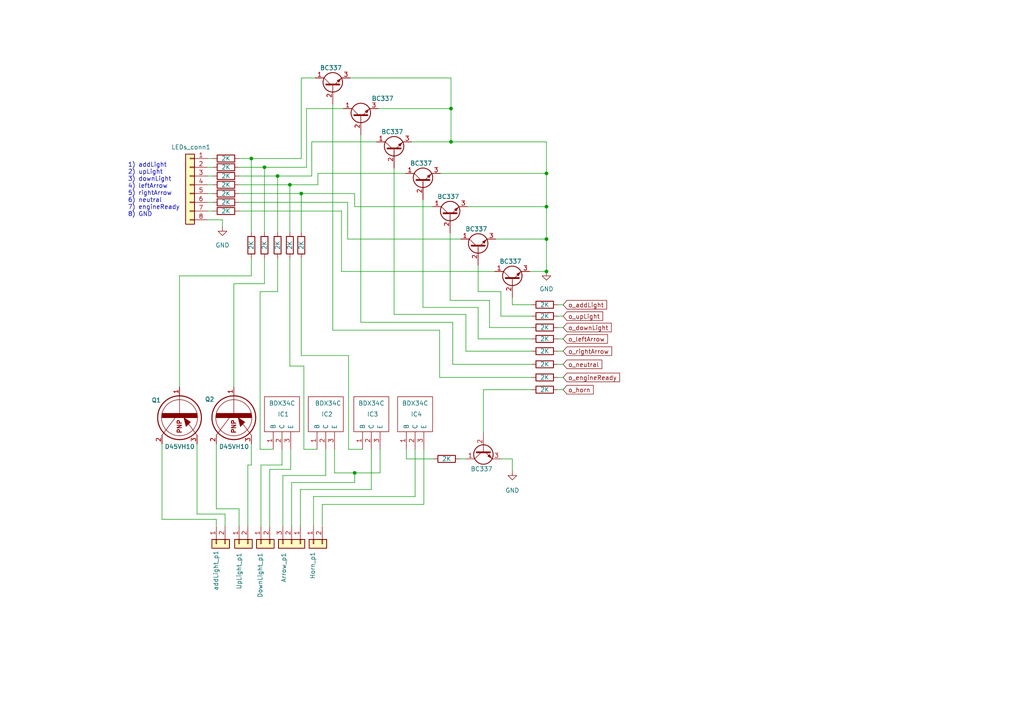
<source format=kicad_sch>
(kicad_sch (version 20211123) (generator eeschema)
  (paper "A4")
  (lib_symbols
    (symbol "BDX34C:BDX34C" (pin_names (offset 0.762))
      (property "Reference" "IC" (at 16.51 7.62 0))
      (property "Value" "BDX34C" (at 16.51 5.08 0))
      (symbol "BDX34C_0_0"
        (pin passive line (at 0 0 0) (length 5.08) (name "B") (number "1"))
        (pin passive line (at 0 -2.54 0) (length 5.08) (name "C") (number "2"))
        (pin passive line (at 0 -5.08 0) (length 5.08) (name "E") (number "3"))
      )
      (symbol "BDX34C_0_1"
        (polyline (pts (xy 5.08 2.54) (xy 15.24 2.54) (xy 15.24 -7.62) (xy 5.08 -7.62) (xy 5.08 2.54)) (stroke (width 0.1524)))
      )
    )
    (symbol "Connector_Generic:Conn_01x02" (pin_names (offset 1.016) hide)
      (property "Reference" "J" (at 0 2.54 0))
      (property "Value" "Conn_01x02" (at 0 -5.08 0))
      (symbol "Conn_01x02_1_1"
        (rectangle (start -1.27 -2.413) (end 0 -2.667) (stroke (width 0.1524)))
        (rectangle (start -1.27 0.127) (end 0 -0.127) (stroke (width 0.1524)))
        (rectangle (start -1.27 1.27) (end 1.27 -3.81) (stroke (width 0.254)) (fill (type background)))
        (pin passive line (at -5.08 0 0) (length 3.81) (name "Pin_1") (number "1"))
        (pin passive line (at -5.08 -2.54 0) (length 3.81) (name "Pin_2") (number "2"))
      )
    )
    (symbol "Connector_Generic:Conn_01x03" (pin_names (offset 1.016) hide)
      (property "Reference" "J" (at 0 5.08 0))
      (property "Value" "Conn_01x03" (at 0 -5.08 0))
      (symbol "Conn_01x03_1_1"
        (rectangle (start -1.27 -2.413) (end 0 -2.667) (stroke (width 0.1524)))
        (rectangle (start -1.27 0.127) (end 0 -0.127) (stroke (width 0.1524)))
        (rectangle (start -1.27 2.667) (end 0 2.413) (stroke (width 0.1524)))
        (rectangle (start -1.27 3.81) (end 1.27 -3.81) (stroke (width 0.254)) (fill (type background)))
        (pin passive line (at -5.08 2.54 0) (length 3.81) (name "Pin_1") (number "1"))
        (pin passive line (at -5.08 0 0) (length 3.81) (name "Pin_2") (number "2"))
        (pin passive line (at -5.08 -2.54 0) (length 3.81) (name "Pin_3") (number "3"))
      )
    )
    (symbol "Connector_Generic:Conn_01x08" (pin_names (offset 1.016) hide)
      (property "Reference" "J" (at 0 10.16 0))
      (property "Value" "Conn_01x08" (at 0 -12.7 0))
      (symbol "Conn_01x08_1_1"
        (rectangle (start -1.27 -10.033) (end 0 -10.287) (stroke (width 0.1524)))
        (rectangle (start -1.27 -7.493) (end 0 -7.747) (stroke (width 0.1524)))
        (rectangle (start -1.27 -4.953) (end 0 -5.207) (stroke (width 0.1524)))
        (rectangle (start -1.27 -2.413) (end 0 -2.667) (stroke (width 0.1524)))
        (rectangle (start -1.27 0.127) (end 0 -0.127) (stroke (width 0.1524)))
        (rectangle (start -1.27 2.667) (end 0 2.413) (stroke (width 0.1524)))
        (rectangle (start -1.27 5.207) (end 0 4.953) (stroke (width 0.1524)))
        (rectangle (start -1.27 7.747) (end 0 7.493) (stroke (width 0.1524)))
        (rectangle (start -1.27 8.89) (end 1.27 -11.43) (stroke (width 0.254)) (fill (type background)))
        (pin passive line (at -5.08 7.62 0) (length 3.81) (name "Pin_1") (number "1"))
        (pin passive line (at -5.08 5.08 0) (length 3.81) (name "Pin_2") (number "2"))
        (pin passive line (at -5.08 2.54 0) (length 3.81) (name "Pin_3") (number "3"))
        (pin passive line (at -5.08 0 0) (length 3.81) (name "Pin_4") (number "4"))
        (pin passive line (at -5.08 -2.54 0) (length 3.81) (name "Pin_5") (number "5"))
        (pin passive line (at -5.08 -5.08 0) (length 3.81) (name "Pin_6") (number "6"))
        (pin passive line (at -5.08 -7.62 0) (length 3.81) (name "Pin_7") (number "7"))
        (pin passive line (at -5.08 -10.16 0) (length 3.81) (name "Pin_8") (number "8"))
      )
    )
    (symbol "D45VH10:D45VH10"
      (property "Reference" "Q" (at -6.985 0 0))
      (property "Value" "D45VH10" (at 0 0 0))
      (symbol "D45VH10_0_0"
        (rectangle (start -1.27 -2.54) (end 0 -12.7) (fill (type outline)))
        (text "PNP" (at 2.54 -7.62 0) (effects (font (size 1.27 1.27) bold)))
      )
      (symbol "D45VH10_0_1"
        (circle (center 0 -7.62) (radius 5.2363))
        (circle (center 0 -7.62) (radius 6.35) (stroke (width 0.3)))
        (polyline (pts (xy -6.35 -7.62) (xy -0.635 -7.62)))
        (polyline (pts (xy 0 -8.89) (xy 5.08 -12.7) (xy 5.08 -12.7)))
        (polyline (pts (xy 0 -6.35) (xy 5.08 -2.54) (xy 5.08 -2.54)))
        (polyline (pts (xy 0 -6.35) (xy 1.27 -4.445) (xy 2.54 -5.715) (xy 0 -6.35) (xy 2.54 -5.715)) (fill (type outline)))
      )
      (symbol "D45VH10_1_1"
        (pin input line (at -8.89 -7.62 0) (length 2.54) (name "") (number "1"))
        (pin power_out line (at 7.62 -12.7 180) (length 2.54) (name "") (number "2"))
        (pin input line (at 7.62 -2.54 180) (length 2.54) (name "") (number "3"))
      )
    )
    (symbol "Device:R" (pin_numbers hide) (pin_names (offset 0))
      (property "Reference" "R" (at 2.032 0 90))
      (property "Value" "R" (at 0 0 90))
      (symbol "R_0_1"
        (rectangle (start -1.016 -2.54) (end 1.016 2.54) (stroke (width 0.254)))
      )
      (symbol "R_1_1"
        (pin passive line (at 0 3.81 270) (length 1.27) (name "~") (number "1"))
        (pin passive line (at 0 -3.81 90) (length 1.27) (name "~") (number "2"))
      )
    )
    (symbol "Transistor_BJT:BC337" (pin_names (offset 0) hide)
      (property "Reference" "Q" (at 5.08 1.905 0))
      (property "Value" "BC337" (at 5.08 0 0))
      (symbol "BC337_0_1"
        (polyline (pts (xy 0 0) (xy 0.635 0)))
        (polyline (pts (xy 0.635 0.635) (xy 2.54 2.54)))
        (polyline (pts (xy 0.635 -0.635) (xy 2.54 -2.54) (xy 2.54 -2.54)))
        (polyline (pts (xy 0.635 1.905) (xy 0.635 -1.905) (xy 0.635 -1.905)) (stroke (width 0.508)))
        (polyline (pts (xy 1.27 -1.778) (xy 1.778 -1.27) (xy 2.286 -2.286) (xy 1.27 -1.778) (xy 1.27 -1.778)) (fill (type outline)))
        (circle (center 1.27 0) (radius 2.8194) (stroke (width 0.254)))
      )
      (symbol "BC337_1_1"
        (pin passive line (at 2.54 5.08 270) (length 2.54) (name "C") (number "1"))
        (pin input line (at -5.08 0 0) (length 5.08) (name "B") (number "2"))
        (pin passive line (at 2.54 -5.08 90) (length 2.54) (name "E") (number "3"))
      )
    )
    (symbol "power:GND" (power) (pin_names (offset 0))
      (property "Value" "GND" (at 0 -3.81 0))
      (symbol "GND_0_1"
        (polyline (pts (xy 0 0) (xy 0 -1.27) (xy 1.27 -1.27) (xy 0 -2.54) (xy -1.27 -1.27) (xy 0 -1.27)))
      )
      (symbol "GND_1_1"
        (pin power_in line (at 0 0 270) (length 0) hide (name "GND") (number "1"))
      )
    )
  )
  (junction (at 84.074 53.594))
  (junction (at 158.496 50.292))
  (junction (at 158.496 78.74))
  (junction (at 158.496 69.342))
  (junction (at 130.81 41.148))
  (junction (at 158.496 59.944))
  (junction (at 80.518 51.054))
  (junction (at 76.708 48.514))
  (junction (at 87.376 56.134))
  (junction (at 72.898 45.974))
  (junction (at 130.81 31.496))
  (junction (at 102.87 137.16))
  (wire (pts (xy 76.708 48.514) (xy 88.9 48.514)))
  (wire (pts (xy 69.342 45.974) (xy 72.898 45.974)))
  (wire (pts (xy 71.882 134.874) (xy 72.898 134.874)))
  (wire (pts (xy 117.856 133.096) (xy 125.73 133.096)))
  (wire (pts (xy 75.438 84.582) (xy 80.518 84.582)))
  (wire (pts (xy 92.202 50.292) (xy 92.202 53.594)))
  (wire (pts (xy 143.764 69.342) (xy 158.496 69.342)))
  (wire (pts (xy 161.798 98.298) (xy 163.322 98.298)))
  (wire (pts (xy 135.128 91.186) (xy 114.3 91.186)))
  (wire (pts (xy 145.288 91.694) (xy 145.288 84.582)))
  (wire (pts (xy 138.684 89.154) (xy 122.682 89.154)))
  (wire (pts (xy 72.898 74.93) (xy 72.898 80.01)))
  (wire (pts (xy 76.708 74.93) (xy 76.708 82.296)))
  (wire (pts (xy 78.232 136.144) (xy 78.232 152.654)))
  (wire (pts (xy 131.318 93.472) (xy 131.318 105.664)))
  (wire (pts (xy 60.198 58.674) (xy 61.722 58.674)))
  (wire (pts (xy 87.376 56.134) (xy 102.87 56.134)))
  (wire (pts (xy 84.074 53.594) (xy 92.202 53.594)))
  (wire (pts (xy 101.6 22.606) (xy 130.81 22.606)))
  (wire (pts (xy 81.788 130.302) (xy 81.788 134.874)))
  (wire (pts (xy 158.496 41.148) (xy 158.496 50.292)))
  (wire (pts (xy 130.81 31.496) (xy 130.81 41.148)))
  (wire (pts (xy 141.986 87.122) (xy 141.986 94.996)))
  (wire (pts (xy 102.87 59.944) (xy 102.87 56.134)))
  (wire (pts (xy 91.948 130.302) (xy 88.138 130.302)))
  (wire (pts (xy 52.07 80.01) (xy 52.07 112.268)))
  (wire (pts (xy 101.092 103.124) (xy 87.376 103.124)))
  (wire (pts (xy 119.38 41.148) (xy 130.81 41.148)))
  (wire (pts (xy 105.156 130.302) (xy 101.092 130.302)))
  (wire (pts (xy 80.518 74.93) (xy 80.518 84.582)))
  (wire (pts (xy 62.738 150.622) (xy 46.99 150.622)))
  (wire (pts (xy 127.508 95.758) (xy 96.52 95.758)))
  (wire (pts (xy 120.396 130.302) (xy 120.396 144.018)))
  (wire (pts (xy 80.518 51.054) (xy 90.424 51.054)))
  (wire (pts (xy 158.496 59.944) (xy 158.496 69.342)))
  (wire (pts (xy 161.798 109.474) (xy 163.322 109.474)))
  (wire (pts (xy 46.99 128.778) (xy 46.99 150.622)))
  (wire (pts (xy 143.51 78.74) (xy 99.06 78.74)))
  (wire (pts (xy 90.932 152.654) (xy 90.932 144.018)))
  (wire (pts (xy 60.198 63.754) (xy 64.516 63.754)))
  (wire (pts (xy 87.376 74.93) (xy 87.376 103.124)))
  (wire (pts (xy 161.798 88.392) (xy 163.322 88.392)))
  (wire (pts (xy 60.198 61.214) (xy 61.722 61.214)))
  (wire (pts (xy 72.898 45.974) (xy 72.898 67.31)))
  (wire (pts (xy 148.59 86.36) (xy 148.59 88.392)))
  (wire (pts (xy 69.342 51.054) (xy 80.518 51.054)))
  (wire (pts (xy 99.568 31.496) (xy 88.9 31.496)))
  (wire (pts (xy 69.342 48.514) (xy 76.708 48.514)))
  (wire (pts (xy 69.342 56.134) (xy 87.376 56.134)))
  (wire (pts (xy 65.278 152.654) (xy 65.278 149.098)))
  (wire (pts (xy 138.684 84.582) (xy 138.684 76.962)))
  (wire (pts (xy 127.508 95.758) (xy 127.508 109.474)))
  (wire (pts (xy 122.936 130.302) (xy 122.936 146.304)))
  (wire (pts (xy 127.508 109.474) (xy 154.178 109.474)))
  (wire (pts (xy 145.288 84.582) (xy 138.684 84.582)))
  (wire (pts (xy 81.788 134.874) (xy 75.692 134.874)))
  (wire (pts (xy 130.556 87.122) (xy 130.556 67.564)))
  (wire (pts (xy 69.342 53.594) (xy 84.074 53.594)))
  (wire (pts (xy 84.328 136.144) (xy 84.328 130.302)))
  (wire (pts (xy 110.236 130.302) (xy 110.236 137.16)))
  (wire (pts (xy 135.128 91.186) (xy 135.128 101.854)))
  (wire (pts (xy 148.59 88.392) (xy 154.178 88.392)))
  (wire (pts (xy 60.198 48.514) (xy 61.722 48.514)))
  (wire (pts (xy 100.838 69.342) (xy 100.838 58.674)))
  (wire (pts (xy 84.582 139.954) (xy 102.87 139.954)))
  (wire (pts (xy 161.798 91.694) (xy 163.322 91.694)))
  (wire (pts (xy 87.376 22.606) (xy 87.376 45.974)))
  (wire (pts (xy 109.728 31.496) (xy 130.81 31.496)))
  (wire (pts (xy 60.198 53.594) (xy 61.722 53.594)))
  (wire (pts (xy 127.762 50.292) (xy 158.496 50.292)))
  (wire (pts (xy 97.028 137.16) (xy 97.028 130.302)))
  (wire (pts (xy 154.178 94.996) (xy 141.986 94.996)))
  (wire (pts (xy 52.07 80.01) (xy 72.898 80.01)))
  (wire (pts (xy 161.798 113.03) (xy 163.322 113.03)))
  (wire (pts (xy 104.648 93.472) (xy 104.648 39.116)))
  (wire (pts (xy 79.248 130.302) (xy 75.438 130.302)))
  (wire (pts (xy 114.3 91.186) (xy 114.3 48.768)))
  (wire (pts (xy 93.472 152.4) (xy 93.472 146.304)))
  (wire (pts (xy 87.122 141.986) (xy 87.122 152.654)))
  (wire (pts (xy 90.424 41.148) (xy 90.424 51.054)))
  (wire (pts (xy 153.67 78.74) (xy 158.496 78.74)))
  (wire (pts (xy 161.798 105.664) (xy 163.322 105.664)))
  (wire (pts (xy 65.278 149.098) (xy 57.15 149.098)))
  (wire (pts (xy 135.636 59.944) (xy 158.496 59.944)))
  (wire (pts (xy 82.042 152.654) (xy 82.042 137.922)))
  (wire (pts (xy 131.318 105.664) (xy 154.178 105.664)))
  (wire (pts (xy 84.582 152.654) (xy 84.582 139.954)))
  (wire (pts (xy 91.44 22.606) (xy 87.376 22.606)))
  (wire (pts (xy 107.696 141.986) (xy 87.122 141.986)))
  (wire (pts (xy 125.476 59.944) (xy 102.87 59.944)))
  (wire (pts (xy 90.932 144.018) (xy 120.396 144.018)))
  (wire (pts (xy 82.042 137.922) (xy 94.488 137.922)))
  (wire (pts (xy 94.488 137.922) (xy 94.488 130.302)))
  (wire (pts (xy 135.128 101.854) (xy 154.178 101.854)))
  (wire (pts (xy 140.208 113.03) (xy 154.178 113.03)))
  (wire (pts (xy 72.898 45.974) (xy 87.376 45.974)))
  (wire (pts (xy 87.376 56.134) (xy 87.376 67.31)))
  (wire (pts (xy 88.138 106.172) (xy 84.074 106.172)))
  (wire (pts (xy 84.074 53.594) (xy 84.074 67.31)))
  (wire (pts (xy 88.138 106.172) (xy 88.138 130.302)))
  (wire (pts (xy 161.798 101.854) (xy 163.322 101.854)))
  (wire (pts (xy 145.288 91.694) (xy 154.178 91.694)))
  (wire (pts (xy 158.496 50.292) (xy 158.496 59.944)))
  (wire (pts (xy 109.22 41.148) (xy 90.424 41.148)))
  (wire (pts (xy 140.208 125.476) (xy 140.208 113.03)))
  (wire (pts (xy 158.496 69.342) (xy 158.496 78.74)))
  (wire (pts (xy 97.028 137.16) (xy 102.87 137.16)))
  (wire (pts (xy 102.87 137.16) (xy 110.236 137.16)))
  (wire (pts (xy 99.06 78.74) (xy 99.06 61.214)))
  (wire (pts (xy 133.604 69.342) (xy 100.838 69.342)))
  (wire (pts (xy 72.898 128.778) (xy 72.898 134.874)))
  (wire (pts (xy 57.15 128.778) (xy 57.15 149.098)))
  (wire (pts (xy 130.81 41.148) (xy 158.496 41.148)))
  (wire (pts (xy 69.342 147.574) (xy 62.738 147.574)))
  (wire (pts (xy 148.59 133.096) (xy 148.59 136.652)))
  (wire (pts (xy 69.342 147.574) (xy 69.342 152.654)))
  (wire (pts (xy 80.518 51.054) (xy 80.518 67.31)))
  (wire (pts (xy 75.438 84.582) (xy 75.438 130.302)))
  (wire (pts (xy 107.696 130.302) (xy 107.696 141.986)))
  (wire (pts (xy 76.708 48.514) (xy 76.708 67.31)))
  (wire (pts (xy 67.818 82.296) (xy 76.708 82.296)))
  (wire (pts (xy 64.516 63.754) (xy 64.516 65.786)))
  (wire (pts (xy 117.856 130.302) (xy 117.856 133.096)))
  (wire (pts (xy 93.472 146.304) (xy 122.936 146.304)))
  (wire (pts (xy 122.682 89.154) (xy 122.682 57.912)))
  (wire (pts (xy 96.52 95.758) (xy 96.52 30.226)))
  (wire (pts (xy 71.882 152.654) (xy 71.882 134.874)))
  (wire (pts (xy 141.986 87.122) (xy 130.556 87.122)))
  (wire (pts (xy 60.198 51.054) (xy 61.722 51.054)))
  (wire (pts (xy 62.738 147.574) (xy 62.738 128.778)))
  (wire (pts (xy 75.692 134.874) (xy 75.692 152.654)))
  (wire (pts (xy 60.198 45.974) (xy 61.722 45.974)))
  (wire (pts (xy 67.818 82.296) (xy 67.818 112.268)))
  (wire (pts (xy 138.684 89.154) (xy 138.684 98.298)))
  (wire (pts (xy 62.738 152.4) (xy 62.738 150.622)))
  (wire (pts (xy 102.87 139.954) (xy 102.87 137.16)))
  (wire (pts (xy 133.35 133.096) (xy 135.128 133.096)))
  (wire (pts (xy 154.178 98.298) (xy 138.684 98.298)))
  (wire (pts (xy 84.074 74.93) (xy 84.074 106.172)))
  (wire (pts (xy 131.318 93.472) (xy 104.648 93.472)))
  (wire (pts (xy 161.798 94.996) (xy 163.322 94.996)))
  (wire (pts (xy 60.198 56.134) (xy 61.722 56.134)))
  (wire (pts (xy 88.9 31.496) (xy 88.9 48.514)))
  (wire (pts (xy 145.288 133.096) (xy 148.59 133.096)))
  (wire (pts (xy 84.328 136.144) (xy 78.232 136.144)))
  (wire (pts (xy 69.342 58.674) (xy 100.838 58.674)))
  (wire (pts (xy 130.81 22.606) (xy 130.81 31.496)))
  (wire (pts (xy 117.602 50.292) (xy 92.202 50.292)))
  (wire (pts (xy 69.342 61.214) (xy 99.06 61.214)))
  (wire (pts (xy 101.092 130.302) (xy 101.092 103.124)))
  (text "1) addLight\n2) upLight\n3) downLight\n4) leftArrow\n5) rightArrow\n6) neutral\n7) engineReady\n8) GND" (at 37.084 62.992 0) (effects (font (size 1.27 1.27)) (justify left bottom)))
  (global_label "o_engineReady" (shape input) (at 163.322 109.474 0) (property "Riferimenti inter-foglio" "${INTERSHEET_REFS}" (effects hide)))
  (global_label "o_addLight" (shape input) (at 163.322 88.392 0) (property "Riferimenti inter-foglio" "${INTERSHEET_REFS}" (effects hide)))
  (global_label "o_upLight" (shape input) (at 163.322 91.694 0) (property "Riferimenti inter-foglio" "${INTERSHEET_REFS}" (effects hide)))
  (global_label "o_horn" (shape input) (at 163.322 113.03 0) (property "Riferimenti inter-foglio" "${INTERSHEET_REFS}" (effects hide)))
  (global_label "o_downLight" (shape input) (at 163.322 94.996 0) (property "Riferimenti inter-foglio" "${INTERSHEET_REFS}" (effects hide)))
  (global_label "o_leftArrow" (shape input) (at 163.322 98.298 0) (property "Riferimenti inter-foglio" "${INTERSHEET_REFS}" (effects hide)))
  (global_label "o_rightArrow" (shape input) (at 163.322 101.854 0) (property "Riferimenti inter-foglio" "${INTERSHEET_REFS}" (effects hide)))
  (global_label "o_neutral" (shape input) (at 163.322 105.664 0) (property "Riferimenti inter-foglio" "${INTERSHEET_REFS}" (effects hide)))
  (symbol (lib_id "Device:R") (at 129.54 133.096 90) (unit 1)
    (property "Reference" "RA15" (effects hide))
    (property "Value" "2K" (at 129.54 133.096 90))
    (property "Footprint" "Resistor_THT:R_Axial_DIN0207_L6.3mm_D2.5mm_P7.62mm_Horizontal" (effects hide))
  )
  (symbol (lib_id "Device:R") (at 65.532 45.974 270) (unit 1)
    (property "Reference" "RA1" (effects hide))
    (property "Value" "2K" (at 65.532 45.974 90))
    (property "Footprint" "Resistor_THT:R_Axial_DIN0207_L6.3mm_D2.5mm_P7.62mm_Horizontal" (effects hide))
  )
  (symbol (lib_id "D45VH10:D45VH10") (at 59.69 121.158 270) (unit 1)
    (property "Reference" "Q1" (at 43.942 116.078 90) (effects (justify left)))
    (property "Value" "D45VH10" (at 47.752 129.54 90) (effects (justify left)))
    (property "Footprint" "Package_TO_SOT_THT:TO-220-3_Vertical" (effects hide))
    (property "Datasheet" "https://html.alldatasheet.com/html-pdf/426337/ONSEMI/D45VH10/216/1/D45VH10.html" (effects hide))
  )
  (symbol (lib_id "Device:R") (at 157.988 113.03 90) (unit 1)
    (property "Reference" "RA23" (effects hide))
    (property "Value" "2K" (at 157.988 113.03 90))
    (property "Footprint" "Resistor_THT:R_Axial_DIN0207_L6.3mm_D2.5mm_P7.62mm_Horizontal" (effects hide))
  )
  (symbol (lib_id "power:GND") (at 158.496 78.74 0) (unit 1)
    (property "Reference" "#PWR0104" (effects hide))
    (property "Value" "GND" (at 158.496 83.82 0))
  )
  (symbol (lib_id "Transistor_BJT:BC337") (at 138.684 71.882 90) (unit 1)
    (property "Reference" "Q8" (effects hide))
    (property "Value" "BC337" (at 141.351 66.421 90) (effects (justify left)))
    (property "Footprint" "Package_TO_SOT_THT:TO-92_Inline" (effects hide))
    (property "Datasheet" "https://diotec.com/tl_files/diotec/files/pdf/datasheets/bc337.pdf" (effects hide))
  )
  (symbol (lib_id "Device:R") (at 84.074 71.12 0) (unit 1)
    (property "Reference" "RA13" (effects hide))
    (property "Value" "2K" (at 84.074 71.12 90))
    (property "Footprint" "Resistor_THT:R_Axial_DIN0207_L6.3mm_D2.5mm_P7.62mm_Horizontal" (effects hide))
  )
  (symbol (lib_id "Device:R") (at 157.988 109.474 90) (unit 1)
    (property "Reference" "RA22" (effects hide))
    (property "Value" "2K" (at 157.988 109.474 90))
    (property "Footprint" "Resistor_THT:R_Axial_DIN0207_L6.3mm_D2.5mm_P7.62mm_Horizontal" (effects hide))
  )
  (symbol (lib_id "Device:R") (at 157.988 98.298 90) (unit 1)
    (property "Reference" "RA19" (effects hide))
    (property "Value" "2K" (at 157.988 98.298 90))
    (property "Footprint" "Resistor_THT:R_Axial_DIN0207_L6.3mm_D2.5mm_P7.62mm_Horizontal" (effects hide))
  )
  (symbol (lib_id "Device:R") (at 157.988 105.664 90) (unit 1)
    (property "Reference" "RA21" (effects hide))
    (property "Value" "2K" (at 157.988 105.664 90))
    (property "Footprint" "Resistor_THT:R_Axial_DIN0207_L6.3mm_D2.5mm_P7.62mm_Horizontal" (effects hide))
  )
  (symbol (lib_id "Device:R") (at 65.532 48.514 270) (unit 1)
    (property "Reference" "RA2" (effects hide))
    (property "Value" "2K" (at 65.532 48.514 90))
    (property "Footprint" "Resistor_THT:R_Axial_DIN0207_L6.3mm_D2.5mm_P7.62mm_Horizontal" (effects hide))
  )
  (symbol (lib_id "Transistor_BJT:BC337") (at 104.648 34.036 90) (unit 1)
    (property "Reference" "Q4" (effects hide))
    (property "Value" "BC337" (at 114.173 28.575 90) (effects (justify left)))
    (property "Footprint" "Package_TO_SOT_THT:TO-92_Inline" (effects hide))
    (property "Datasheet" "https://diotec.com/tl_files/diotec/files/pdf/datasheets/bc337.pdf" (effects hide))
  )
  (symbol (lib_id "power:GND") (at 64.516 65.786 0) (unit 1)
    (property "Reference" "#PWR0106" (effects hide))
    (property "Value" "GND" (at 64.516 71.12 0))
  )
  (symbol (lib_id "Connector_Generic:Conn_01x02") (at 75.692 157.734 90) (mirror x) (unit 1)
    (property "Reference" "DownLight_p1" (at 75.438 160.274 0) (effects (justify left)))
    (property "Value" "Conn_01x02" (effects hide))
    (property "Footprint" "Connector_Wire:SolderWire-1.5sqmm_1x02_P6mm_D1.7mm_OD3mm" (effects hide))
  )
  (symbol (lib_id "Connector_Generic:Conn_01x02") (at 90.932 157.734 90) (mirror x) (unit 1)
    (property "Reference" "Horn_p1" (at 90.678 160.02 0) (effects (justify left)))
    (property "Value" "Conn_01x02" (effects hide))
    (property "Footprint" "Connector_Wire:SolderWire-1.5sqmm_1x02_P6mm_D1.7mm_OD3mm" (effects hide))
  )
  (symbol (lib_id "Connector_Generic:Conn_01x08") (at 55.118 53.594 0) (mirror y) (unit 1)
    (property "Reference" "LEDs_conn1" (at 55.372 42.672 0))
    (property "Value" "Conn_01x08" (effects hide))
  )
  (symbol (lib_id "D45VH10:D45VH10") (at 75.438 121.158 270) (unit 1)
    (property "Reference" "Q2" (at 59.436 115.824 90) (effects (justify left)))
    (property "Value" "D45VH10" (at 63.5 129.54 90) (effects (justify left)))
    (property "Footprint" "Package_TO_SOT_THT:TO-220-3_Vertical" (effects hide))
    (property "Datasheet" "https://html.alldatasheet.com/html-pdf/426337/ONSEMI/D45VH10/216/1/D45VH10.html" (effects hide))
  )
  (symbol (lib_id "Connector_Generic:Conn_01x02") (at 69.342 157.734 90) (mirror x) (unit 1)
    (property "Reference" "UpLight_p1" (at 69.342 160.274 0) (effects (justify left)))
    (property "Value" "Conn_01x02" (effects hide))
    (property "Footprint" "Connector_Wire:SolderWire-1.5sqmm_1x02_P6mm_D1.7mm_OD3mm" (effects hide))
  )
  (symbol (lib_id "Device:R") (at 87.376 71.12 0) (unit 1)
    (property "Reference" "RA14" (effects hide))
    (property "Value" "2K" (at 87.376 71.12 90))
    (property "Footprint" "Resistor_THT:R_Axial_DIN0207_L6.3mm_D2.5mm_P7.62mm_Horizontal" (effects hide))
  )
  (symbol (lib_id "BDX34C:BDX34C") (at 91.948 130.302 90) (unit 1)
    (property "Reference" "IC2" (at 93.218 120.142 90) (effects (justify right)))
    (property "Value" "BDX34C" (at 91.313 116.967 90) (effects (justify right)))
    (property "Footprint" "BDX34C:TO270P460X1020X2008-3P" (effects hide))
    (property "Datasheet" "http://www.st.com/web/en/resource/technical/document/datasheet/CD00000901.pdf" (effects hide))
    (property "Description" "BDX34C, Darlington Transistor, PNP 10 A 100 V HFE:750, 3-Pin, TO-220" (effects hide))
    (property "Height" "4.6" (effects hide))
    (property "Manufacturer_Name" "STMicroelectronics" (effects hide))
    (property "Manufacturer_Part_Number" "BDX34C" (effects hide))
    (property "Mouser Part Number" "511-BDX34C" (effects hide))
    (property "Mouser Price/Stock" "https://www.mouser.co.uk/ProductDetail/STMicroelectronics/BDX34C?qs=vrHyyfhkd3JVtBIF%2FbOetQ%3D%3D" (effects hide))
    (property "Arrow Part Number" "BDX34C" (effects hide))
    (property "Arrow Price/Stock" "https://www.arrow.com/en/products/bdx34c/stmicroelectronics" (effects hide))
  )
  (symbol (lib_id "BDX34C:BDX34C") (at 79.248 130.302 90) (unit 1)
    (property "Reference" "IC1" (at 80.518 120.142 90) (effects (justify right)))
    (property "Value" "BDX34C" (at 77.978 116.967 90) (effects (justify right)))
    (property "Footprint" "BDX34C:TO270P460X1020X2008-3P" (effects hide))
    (property "Datasheet" "http://www.st.com/web/en/resource/technical/document/datasheet/CD00000901.pdf" (effects hide))
    (property "Description" "BDX34C, Darlington Transistor, PNP 10 A 100 V HFE:750, 3-Pin, TO-220" (effects hide))
    (property "Height" "4.6" (effects hide))
    (property "Manufacturer_Name" "STMicroelectronics" (effects hide))
    (property "Manufacturer_Part_Number" "BDX34C" (effects hide))
    (property "Mouser Part Number" "511-BDX34C" (effects hide))
    (property "Mouser Price/Stock" "https://www.mouser.co.uk/ProductDetail/STMicroelectronics/BDX34C?qs=vrHyyfhkd3JVtBIF%2FbOetQ%3D%3D" (effects hide))
    (property "Arrow Part Number" "BDX34C" (effects hide))
    (property "Arrow Price/Stock" "https://www.arrow.com/en/products/bdx34c/stmicroelectronics" (effects hide))
  )
  (symbol (lib_id "Transistor_BJT:BC337") (at 148.59 81.28 90) (unit 1)
    (property "Reference" "Q10" (effects hide))
    (property "Value" "BC337" (at 151.257 75.819 90) (effects (justify left)))
    (property "Footprint" "Package_TO_SOT_THT:TO-92_Inline" (effects hide))
    (property "Datasheet" "https://diotec.com/tl_files/diotec/files/pdf/datasheets/bc337.pdf" (effects hide))
  )
  (symbol (lib_id "Device:R") (at 72.898 71.12 0) (unit 1)
    (property "Reference" "RA10" (effects hide))
    (property "Value" "2K" (at 72.898 71.12 90))
    (property "Footprint" "Resistor_THT:R_Axial_DIN0207_L6.3mm_D2.5mm_P7.62mm_Horizontal" (effects hide))
  )
  (symbol (lib_id "Transistor_BJT:BC337") (at 114.3 43.688 90) (unit 1)
    (property "Reference" "Q5" (effects hide))
    (property "Value" "BC337" (at 116.967 38.227 90) (effects (justify left)))
    (property "Footprint" "Package_TO_SOT_THT:TO-92_Inline" (effects hide))
    (property "Datasheet" "https://diotec.com/tl_files/diotec/files/pdf/datasheets/bc337.pdf" (effects hide))
  )
  (symbol (lib_id "Transistor_BJT:BC337") (at 122.682 52.832 90) (unit 1)
    (property "Reference" "Q6" (effects hide))
    (property "Value" "BC337" (at 125.349 47.371 90) (effects (justify left)))
    (property "Footprint" "Package_TO_SOT_THT:TO-92_Inline" (effects hide))
    (property "Datasheet" "https://diotec.com/tl_files/diotec/files/pdf/datasheets/bc337.pdf" (effects hide))
  )
  (symbol (lib_id "Device:R") (at 157.988 94.996 90) (unit 1)
    (property "Reference" "RA18" (effects hide))
    (property "Value" "2K" (at 157.988 94.996 90))
    (property "Footprint" "Resistor_THT:R_Axial_DIN0207_L6.3mm_D2.5mm_P7.62mm_Horizontal" (effects hide))
  )
  (symbol (lib_id "Transistor_BJT:BC337") (at 140.208 130.556 90) (mirror x) (unit 1)
    (property "Reference" "Q9" (effects hide))
    (property "Value" "BC337" (at 142.875 136.017 90) (effects (justify left)))
    (property "Footprint" "Package_TO_SOT_THT:TO-92_Inline" (effects hide))
    (property "Datasheet" "https://diotec.com/tl_files/diotec/files/pdf/datasheets/bc337.pdf" (effects hide))
  )
  (symbol (lib_id "Device:R") (at 65.532 61.214 270) (unit 1)
    (property "Reference" "RA9" (effects hide))
    (property "Value" "2K" (at 65.532 61.214 90))
    (property "Footprint" "Resistor_THT:R_Axial_DIN0207_L6.3mm_D2.5mm_P7.62mm_Horizontal" (effects hide))
  )
  (symbol (lib_id "Device:R") (at 157.988 101.854 90) (unit 1)
    (property "Reference" "RA20" (effects hide))
    (property "Value" "2K" (at 157.988 101.854 90))
    (property "Footprint" "Resistor_THT:R_Axial_DIN0207_L6.3mm_D2.5mm_P7.62mm_Horizontal" (effects hide))
  )
  (symbol (lib_id "power:GND") (at 148.59 136.652 0) (unit 1)
    (property "Reference" "#PWR0105" (effects hide))
    (property "Value" "GND" (at 148.59 142.24 0))
  )
  (symbol (lib_id "Device:R") (at 157.988 91.694 90) (unit 1)
    (property "Reference" "RA17" (effects hide))
    (property "Value" "2K" (at 157.988 91.694 90))
    (property "Footprint" "Resistor_THT:R_Axial_DIN0207_L6.3mm_D2.5mm_P7.62mm_Horizontal" (effects hide))
  )
  (symbol (lib_id "Device:R") (at 157.988 88.392 90) (unit 1)
    (property "Reference" "RA16" (effects hide))
    (property "Value" "2K" (at 157.988 88.392 90))
    (property "Footprint" "Resistor_THT:R_Axial_DIN0207_L6.3mm_D2.5mm_P7.62mm_Horizontal" (effects hide))
  )
  (symbol (lib_id "Device:R") (at 65.532 53.594 270) (unit 1)
    (property "Reference" "RA4" (effects hide))
    (property "Value" "2K" (at 65.532 53.594 90))
    (property "Footprint" "Resistor_THT:R_Axial_DIN0207_L6.3mm_D2.5mm_P7.62mm_Horizontal" (effects hide))
  )
  (symbol (lib_id "Transistor_BJT:BC337") (at 96.52 25.146 90) (unit 1)
    (property "Reference" "Q3" (effects hide))
    (property "Value" "BC337" (at 99.187 19.685 90) (effects (justify left)))
    (property "Footprint" "Package_TO_SOT_THT:TO-92_Inline" (effects hide))
    (property "Datasheet" "https://diotec.com/tl_files/diotec/files/pdf/datasheets/bc337.pdf" (effects hide))
  )
  (symbol (lib_id "Connector_Generic:Conn_01x03") (at 84.582 157.734 270) (unit 1)
    (property "Reference" "Arrow_p1" (at 82.296 160.274 0) (effects (justify left)))
    (property "Value" "Conn_01x03" (effects hide))
    (property "Footprint" "Connector_Wire:SolderWire-1.5sqmm_1x03_P6mm_D1.7mm_OD3mm" (effects hide))
  )
  (symbol (lib_id "Device:R") (at 65.532 56.134 270) (unit 1)
    (property "Reference" "RA5" (effects hide))
    (property "Value" "2K" (at 65.532 56.134 90))
    (property "Footprint" "Resistor_THT:R_Axial_DIN0207_L6.3mm_D2.5mm_P7.62mm_Horizontal" (effects hide))
  )
  (symbol (lib_id "BDX34C:BDX34C") (at 117.856 130.302 90) (unit 1)
    (property "Reference" "IC4" (at 119.126 120.142 90) (effects (justify right)))
    (property "Value" "BDX34C" (at 116.586 116.967 90) (effects (justify right)))
    (property "Footprint" "BDX34C:TO270P460X1020X2008-3P" (effects hide))
    (property "Datasheet" "http://www.st.com/web/en/resource/technical/document/datasheet/CD00000901.pdf" (effects hide))
    (property "Description" "BDX34C, Darlington Transistor, PNP 10 A 100 V HFE:750, 3-Pin, TO-220" (effects hide))
    (property "Height" "4.6" (effects hide))
    (property "Manufacturer_Name" "STMicroelectronics" (effects hide))
    (property "Manufacturer_Part_Number" "BDX34C" (effects hide))
    (property "Mouser Part Number" "511-BDX34C" (effects hide))
    (property "Mouser Price/Stock" "https://www.mouser.co.uk/ProductDetail/STMicroelectronics/BDX34C?qs=vrHyyfhkd3JVtBIF%2FbOetQ%3D%3D" (effects hide))
    (property "Arrow Part Number" "BDX34C" (effects hide))
    (property "Arrow Price/Stock" "https://www.arrow.com/en/products/bdx34c/stmicroelectronics" (effects hide))
  )
  (symbol (lib_id "Transistor_BJT:BC337") (at 130.556 62.484 90) (unit 1)
    (property "Reference" "Q7" (effects hide))
    (property "Value" "BC337" (at 133.223 57.023 90) (effects (justify left)))
    (property "Footprint" "Package_TO_SOT_THT:TO-92_Inline" (effects hide))
    (property "Datasheet" "https://diotec.com/tl_files/diotec/files/pdf/datasheets/bc337.pdf" (effects hide))
  )
  (symbol (lib_id "Device:R") (at 65.532 58.674 270) (unit 1)
    (property "Reference" "RA6" (effects hide))
    (property "Value" "2K" (at 65.532 58.674 90))
    (property "Footprint" "Resistor_THT:R_Axial_DIN0207_L6.3mm_D2.5mm_P7.62mm_Horizontal" (effects hide))
  )
  (symbol (lib_id "BDX34C:BDX34C") (at 105.156 130.302 90) (unit 1)
    (property "Reference" "IC3" (at 106.426 120.142 90) (effects (justify right)))
    (property "Value" "BDX34C" (at 103.886 116.967 90) (effects (justify right)))
    (property "Footprint" "BDX34C:TO270P460X1020X2008-3P" (effects hide))
    (property "Datasheet" "http://www.st.com/web/en/resource/technical/document/datasheet/CD00000901.pdf" (effects hide))
    (property "Description" "BDX34C, Darlington Transistor, PNP 10 A 100 V HFE:750, 3-Pin, TO-220" (effects hide))
    (property "Height" "4.6" (effects hide))
    (property "Manufacturer_Name" "STMicroelectronics" (effects hide))
    (property "Manufacturer_Part_Number" "BDX34C" (effects hide))
    (property "Mouser Part Number" "511-BDX34C" (effects hide))
    (property "Mouser Price/Stock" "https://www.mouser.co.uk/ProductDetail/STMicroelectronics/BDX34C?qs=vrHyyfhkd3JVtBIF%2FbOetQ%3D%3D" (effects hide))
    (property "Arrow Part Number" "BDX34C" (effects hide))
    (property "Arrow Price/Stock" "https://www.arrow.com/en/products/bdx34c/stmicroelectronics" (effects hide))
  )
  (symbol (lib_id "Connector_Generic:Conn_01x02") (at 62.738 157.734 90) (mirror x) (unit 1)
    (property "Reference" "addLight_p1" (at 62.611 159.639 0) (effects (justify left)))
    (property "Value" "Conn_01x02" (effects hide))
    (property "Footprint" "Connector_Wire:SolderWire-1.5sqmm_1x02_P6mm_D1.7mm_OD3mm" (effects hide))
  )
  (symbol (lib_id "Device:R") (at 65.532 51.054 270) (unit 1)
    (property "Reference" "RA3" (effects hide))
    (property "Value" "2K" (at 65.532 51.054 90))
    (property "Footprint" "Resistor_THT:R_Axial_DIN0207_L6.3mm_D2.5mm_P7.62mm_Horizontal" (effects hide))
  )
  (symbol (lib_id "Device:R") (at 80.518 71.12 0) (unit 1)
    (property "Reference" "RA12" (effects hide))
    (property "Value" "2K" (at 80.518 71.12 90))
    (property "Footprint" "Resistor_THT:R_Axial_DIN0207_L6.3mm_D2.5mm_P7.62mm_Horizontal" (effects hide))
  )
  (symbol (lib_id "Device:R") (at 76.708 71.12 0) (unit 1)
    (property "Reference" "RA11" (effects hide))
    (property "Value" "2K" (at 76.708 71.12 90))
    (property "Footprint" "Resistor_THT:R_Axial_DIN0207_L6.3mm_D2.5mm_P7.62mm_Horizontal" (effects hide))
  )
)
</source>
